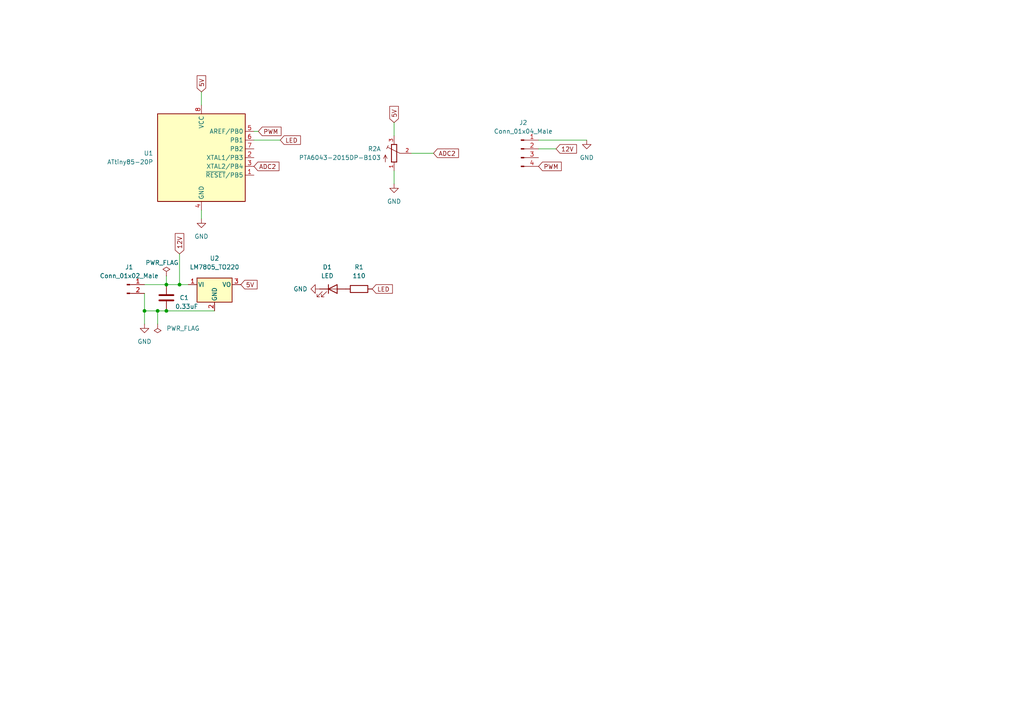
<source format=kicad_sch>
(kicad_sch (version 20211123) (generator eeschema)

  (uuid 9538e4ed-27e6-4c37-b989-9859dc0d49e8)

  (paper "A4")

  (lib_symbols
    (symbol "Connector:Conn_01x02_Male" (pin_names (offset 1.016) hide) (in_bom yes) (on_board yes)
      (property "Reference" "J" (id 0) (at 0 2.54 0)
        (effects (font (size 1.27 1.27)))
      )
      (property "Value" "Conn_01x02_Male" (id 1) (at 0 -5.08 0)
        (effects (font (size 1.27 1.27)))
      )
      (property "Footprint" "" (id 2) (at 0 0 0)
        (effects (font (size 1.27 1.27)) hide)
      )
      (property "Datasheet" "~" (id 3) (at 0 0 0)
        (effects (font (size 1.27 1.27)) hide)
      )
      (property "ki_keywords" "connector" (id 4) (at 0 0 0)
        (effects (font (size 1.27 1.27)) hide)
      )
      (property "ki_description" "Generic connector, single row, 01x02, script generated (kicad-library-utils/schlib/autogen/connector/)" (id 5) (at 0 0 0)
        (effects (font (size 1.27 1.27)) hide)
      )
      (property "ki_fp_filters" "Connector*:*_1x??_*" (id 6) (at 0 0 0)
        (effects (font (size 1.27 1.27)) hide)
      )
      (symbol "Conn_01x02_Male_1_1"
        (polyline
          (pts
            (xy 1.27 -2.54)
            (xy 0.8636 -2.54)
          )
          (stroke (width 0.1524) (type default) (color 0 0 0 0))
          (fill (type none))
        )
        (polyline
          (pts
            (xy 1.27 0)
            (xy 0.8636 0)
          )
          (stroke (width 0.1524) (type default) (color 0 0 0 0))
          (fill (type none))
        )
        (rectangle (start 0.8636 -2.413) (end 0 -2.667)
          (stroke (width 0.1524) (type default) (color 0 0 0 0))
          (fill (type outline))
        )
        (rectangle (start 0.8636 0.127) (end 0 -0.127)
          (stroke (width 0.1524) (type default) (color 0 0 0 0))
          (fill (type outline))
        )
        (pin passive line (at 5.08 0 180) (length 3.81)
          (name "Pin_1" (effects (font (size 1.27 1.27))))
          (number "1" (effects (font (size 1.27 1.27))))
        )
        (pin passive line (at 5.08 -2.54 180) (length 3.81)
          (name "Pin_2" (effects (font (size 1.27 1.27))))
          (number "2" (effects (font (size 1.27 1.27))))
        )
      )
    )
    (symbol "Connector:Conn_01x04_Male" (pin_names (offset 1.016) hide) (in_bom yes) (on_board yes)
      (property "Reference" "J" (id 0) (at 0 5.08 0)
        (effects (font (size 1.27 1.27)))
      )
      (property "Value" "Conn_01x04_Male" (id 1) (at 0 -7.62 0)
        (effects (font (size 1.27 1.27)))
      )
      (property "Footprint" "" (id 2) (at 0 0 0)
        (effects (font (size 1.27 1.27)) hide)
      )
      (property "Datasheet" "~" (id 3) (at 0 0 0)
        (effects (font (size 1.27 1.27)) hide)
      )
      (property "ki_keywords" "connector" (id 4) (at 0 0 0)
        (effects (font (size 1.27 1.27)) hide)
      )
      (property "ki_description" "Generic connector, single row, 01x04, script generated (kicad-library-utils/schlib/autogen/connector/)" (id 5) (at 0 0 0)
        (effects (font (size 1.27 1.27)) hide)
      )
      (property "ki_fp_filters" "Connector*:*_1x??_*" (id 6) (at 0 0 0)
        (effects (font (size 1.27 1.27)) hide)
      )
      (symbol "Conn_01x04_Male_1_1"
        (polyline
          (pts
            (xy 1.27 -5.08)
            (xy 0.8636 -5.08)
          )
          (stroke (width 0.1524) (type default) (color 0 0 0 0))
          (fill (type none))
        )
        (polyline
          (pts
            (xy 1.27 -2.54)
            (xy 0.8636 -2.54)
          )
          (stroke (width 0.1524) (type default) (color 0 0 0 0))
          (fill (type none))
        )
        (polyline
          (pts
            (xy 1.27 0)
            (xy 0.8636 0)
          )
          (stroke (width 0.1524) (type default) (color 0 0 0 0))
          (fill (type none))
        )
        (polyline
          (pts
            (xy 1.27 2.54)
            (xy 0.8636 2.54)
          )
          (stroke (width 0.1524) (type default) (color 0 0 0 0))
          (fill (type none))
        )
        (rectangle (start 0.8636 -4.953) (end 0 -5.207)
          (stroke (width 0.1524) (type default) (color 0 0 0 0))
          (fill (type outline))
        )
        (rectangle (start 0.8636 -2.413) (end 0 -2.667)
          (stroke (width 0.1524) (type default) (color 0 0 0 0))
          (fill (type outline))
        )
        (rectangle (start 0.8636 0.127) (end 0 -0.127)
          (stroke (width 0.1524) (type default) (color 0 0 0 0))
          (fill (type outline))
        )
        (rectangle (start 0.8636 2.667) (end 0 2.413)
          (stroke (width 0.1524) (type default) (color 0 0 0 0))
          (fill (type outline))
        )
        (pin passive line (at 5.08 2.54 180) (length 3.81)
          (name "Pin_1" (effects (font (size 1.27 1.27))))
          (number "1" (effects (font (size 1.27 1.27))))
        )
        (pin passive line (at 5.08 0 180) (length 3.81)
          (name "Pin_2" (effects (font (size 1.27 1.27))))
          (number "2" (effects (font (size 1.27 1.27))))
        )
        (pin passive line (at 5.08 -2.54 180) (length 3.81)
          (name "Pin_3" (effects (font (size 1.27 1.27))))
          (number "3" (effects (font (size 1.27 1.27))))
        )
        (pin passive line (at 5.08 -5.08 180) (length 3.81)
          (name "Pin_4" (effects (font (size 1.27 1.27))))
          (number "4" (effects (font (size 1.27 1.27))))
        )
      )
    )
    (symbol "Device:C" (pin_numbers hide) (pin_names (offset 0.254)) (in_bom yes) (on_board yes)
      (property "Reference" "C" (id 0) (at 0.635 2.54 0)
        (effects (font (size 1.27 1.27)) (justify left))
      )
      (property "Value" "C" (id 1) (at 0.635 -2.54 0)
        (effects (font (size 1.27 1.27)) (justify left))
      )
      (property "Footprint" "" (id 2) (at 0.9652 -3.81 0)
        (effects (font (size 1.27 1.27)) hide)
      )
      (property "Datasheet" "~" (id 3) (at 0 0 0)
        (effects (font (size 1.27 1.27)) hide)
      )
      (property "ki_keywords" "cap capacitor" (id 4) (at 0 0 0)
        (effects (font (size 1.27 1.27)) hide)
      )
      (property "ki_description" "Unpolarized capacitor" (id 5) (at 0 0 0)
        (effects (font (size 1.27 1.27)) hide)
      )
      (property "ki_fp_filters" "C_*" (id 6) (at 0 0 0)
        (effects (font (size 1.27 1.27)) hide)
      )
      (symbol "C_0_1"
        (polyline
          (pts
            (xy -2.032 -0.762)
            (xy 2.032 -0.762)
          )
          (stroke (width 0.508) (type default) (color 0 0 0 0))
          (fill (type none))
        )
        (polyline
          (pts
            (xy -2.032 0.762)
            (xy 2.032 0.762)
          )
          (stroke (width 0.508) (type default) (color 0 0 0 0))
          (fill (type none))
        )
      )
      (symbol "C_1_1"
        (pin passive line (at 0 3.81 270) (length 2.794)
          (name "~" (effects (font (size 1.27 1.27))))
          (number "1" (effects (font (size 1.27 1.27))))
        )
        (pin passive line (at 0 -3.81 90) (length 2.794)
          (name "~" (effects (font (size 1.27 1.27))))
          (number "2" (effects (font (size 1.27 1.27))))
        )
      )
    )
    (symbol "Device:LED" (pin_numbers hide) (pin_names (offset 1.016) hide) (in_bom yes) (on_board yes)
      (property "Reference" "D" (id 0) (at 0 2.54 0)
        (effects (font (size 1.27 1.27)))
      )
      (property "Value" "LED" (id 1) (at 0 -2.54 0)
        (effects (font (size 1.27 1.27)))
      )
      (property "Footprint" "" (id 2) (at 0 0 0)
        (effects (font (size 1.27 1.27)) hide)
      )
      (property "Datasheet" "~" (id 3) (at 0 0 0)
        (effects (font (size 1.27 1.27)) hide)
      )
      (property "ki_keywords" "LED diode" (id 4) (at 0 0 0)
        (effects (font (size 1.27 1.27)) hide)
      )
      (property "ki_description" "Light emitting diode" (id 5) (at 0 0 0)
        (effects (font (size 1.27 1.27)) hide)
      )
      (property "ki_fp_filters" "LED* LED_SMD:* LED_THT:*" (id 6) (at 0 0 0)
        (effects (font (size 1.27 1.27)) hide)
      )
      (symbol "LED_0_1"
        (polyline
          (pts
            (xy -1.27 -1.27)
            (xy -1.27 1.27)
          )
          (stroke (width 0.254) (type default) (color 0 0 0 0))
          (fill (type none))
        )
        (polyline
          (pts
            (xy -1.27 0)
            (xy 1.27 0)
          )
          (stroke (width 0) (type default) (color 0 0 0 0))
          (fill (type none))
        )
        (polyline
          (pts
            (xy 1.27 -1.27)
            (xy 1.27 1.27)
            (xy -1.27 0)
            (xy 1.27 -1.27)
          )
          (stroke (width 0.254) (type default) (color 0 0 0 0))
          (fill (type none))
        )
        (polyline
          (pts
            (xy -3.048 -0.762)
            (xy -4.572 -2.286)
            (xy -3.81 -2.286)
            (xy -4.572 -2.286)
            (xy -4.572 -1.524)
          )
          (stroke (width 0) (type default) (color 0 0 0 0))
          (fill (type none))
        )
        (polyline
          (pts
            (xy -1.778 -0.762)
            (xy -3.302 -2.286)
            (xy -2.54 -2.286)
            (xy -3.302 -2.286)
            (xy -3.302 -1.524)
          )
          (stroke (width 0) (type default) (color 0 0 0 0))
          (fill (type none))
        )
      )
      (symbol "LED_1_1"
        (pin passive line (at -3.81 0 0) (length 2.54)
          (name "K" (effects (font (size 1.27 1.27))))
          (number "1" (effects (font (size 1.27 1.27))))
        )
        (pin passive line (at 3.81 0 180) (length 2.54)
          (name "A" (effects (font (size 1.27 1.27))))
          (number "2" (effects (font (size 1.27 1.27))))
        )
      )
    )
    (symbol "Device:R" (pin_numbers hide) (pin_names (offset 0)) (in_bom yes) (on_board yes)
      (property "Reference" "R" (id 0) (at 2.032 0 90)
        (effects (font (size 1.27 1.27)))
      )
      (property "Value" "R" (id 1) (at 0 0 90)
        (effects (font (size 1.27 1.27)))
      )
      (property "Footprint" "" (id 2) (at -1.778 0 90)
        (effects (font (size 1.27 1.27)) hide)
      )
      (property "Datasheet" "~" (id 3) (at 0 0 0)
        (effects (font (size 1.27 1.27)) hide)
      )
      (property "ki_keywords" "R res resistor" (id 4) (at 0 0 0)
        (effects (font (size 1.27 1.27)) hide)
      )
      (property "ki_description" "Resistor" (id 5) (at 0 0 0)
        (effects (font (size 1.27 1.27)) hide)
      )
      (property "ki_fp_filters" "R_*" (id 6) (at 0 0 0)
        (effects (font (size 1.27 1.27)) hide)
      )
      (symbol "R_0_1"
        (rectangle (start -1.016 -2.54) (end 1.016 2.54)
          (stroke (width 0.254) (type default) (color 0 0 0 0))
          (fill (type none))
        )
      )
      (symbol "R_1_1"
        (pin passive line (at 0 3.81 270) (length 1.27)
          (name "~" (effects (font (size 1.27 1.27))))
          (number "1" (effects (font (size 1.27 1.27))))
        )
        (pin passive line (at 0 -3.81 90) (length 1.27)
          (name "~" (effects (font (size 1.27 1.27))))
          (number "2" (effects (font (size 1.27 1.27))))
        )
      )
    )
    (symbol "MCU_Microchip_ATtiny:ATtiny85-20P" (in_bom yes) (on_board yes)
      (property "Reference" "U" (id 0) (at -12.7 13.97 0)
        (effects (font (size 1.27 1.27)) (justify left bottom))
      )
      (property "Value" "ATtiny85-20P" (id 1) (at 2.54 -13.97 0)
        (effects (font (size 1.27 1.27)) (justify left top))
      )
      (property "Footprint" "Package_DIP:DIP-8_W7.62mm" (id 2) (at 0 0 0)
        (effects (font (size 1.27 1.27) italic) hide)
      )
      (property "Datasheet" "http://ww1.microchip.com/downloads/en/DeviceDoc/atmel-2586-avr-8-bit-microcontroller-attiny25-attiny45-attiny85_datasheet.pdf" (id 3) (at 0 0 0)
        (effects (font (size 1.27 1.27)) hide)
      )
      (property "ki_keywords" "AVR 8bit Microcontroller tinyAVR" (id 4) (at 0 0 0)
        (effects (font (size 1.27 1.27)) hide)
      )
      (property "ki_description" "20MHz, 8kB Flash, 512B SRAM, 512B EEPROM, debugWIRE, DIP-8" (id 5) (at 0 0 0)
        (effects (font (size 1.27 1.27)) hide)
      )
      (property "ki_fp_filters" "DIP*W7.62mm*" (id 6) (at 0 0 0)
        (effects (font (size 1.27 1.27)) hide)
      )
      (symbol "ATtiny85-20P_0_1"
        (rectangle (start -12.7 -12.7) (end 12.7 12.7)
          (stroke (width 0.254) (type default) (color 0 0 0 0))
          (fill (type background))
        )
      )
      (symbol "ATtiny85-20P_1_1"
        (pin bidirectional line (at 15.24 -5.08 180) (length 2.54)
          (name "~{RESET}/PB5" (effects (font (size 1.27 1.27))))
          (number "1" (effects (font (size 1.27 1.27))))
        )
        (pin bidirectional line (at 15.24 0 180) (length 2.54)
          (name "XTAL1/PB3" (effects (font (size 1.27 1.27))))
          (number "2" (effects (font (size 1.27 1.27))))
        )
        (pin bidirectional line (at 15.24 -2.54 180) (length 2.54)
          (name "XTAL2/PB4" (effects (font (size 1.27 1.27))))
          (number "3" (effects (font (size 1.27 1.27))))
        )
        (pin power_in line (at 0 -15.24 90) (length 2.54)
          (name "GND" (effects (font (size 1.27 1.27))))
          (number "4" (effects (font (size 1.27 1.27))))
        )
        (pin bidirectional line (at 15.24 7.62 180) (length 2.54)
          (name "AREF/PB0" (effects (font (size 1.27 1.27))))
          (number "5" (effects (font (size 1.27 1.27))))
        )
        (pin bidirectional line (at 15.24 5.08 180) (length 2.54)
          (name "PB1" (effects (font (size 1.27 1.27))))
          (number "6" (effects (font (size 1.27 1.27))))
        )
        (pin bidirectional line (at 15.24 2.54 180) (length 2.54)
          (name "PB2" (effects (font (size 1.27 1.27))))
          (number "7" (effects (font (size 1.27 1.27))))
        )
        (pin power_in line (at 0 15.24 270) (length 2.54)
          (name "VCC" (effects (font (size 1.27 1.27))))
          (number "8" (effects (font (size 1.27 1.27))))
        )
      )
    )
    (symbol "PTA6043-2015DP-B103:PTA6043-2015DP-B103" (pin_names (offset 1.016) hide) (in_bom yes) (on_board yes)
      (property "Reference" "R" (id 0) (at 2.54 -7.62 0)
        (effects (font (size 1.27 1.27)) (justify left bottom))
      )
      (property "Value" "PTA6043-2015DP-B103" (id 1) (at 2.54 -5.08 0)
        (effects (font (size 1.27 1.27)) (justify left bottom))
      )
      (property "Footprint" "PTA6043-2015DP-B103" (id 2) (at 0 0 0)
        (effects (font (size 1.27 1.27)) (justify left bottom) hide)
      )
      (property "Datasheet" "" (id 3) (at 0 0 0)
        (effects (font (size 1.27 1.27)) (justify left bottom) hide)
      )
      (property "ki_locked" "" (id 4) (at 0 0 0)
        (effects (font (size 1.27 1.27)))
      )
      (symbol "PTA6043-2015DP-B103_1_0"
        (polyline
          (pts
            (xy -2.54 -2.54)
            (xy -2.54 -0.508)
          )
          (stroke (width 0.1524) (type default) (color 0 0 0 0))
          (fill (type none))
        )
        (polyline
          (pts
            (xy -2.54 -0.508)
            (xy -3.048 -1.524)
          )
          (stroke (width 0.1524) (type default) (color 0 0 0 0))
          (fill (type none))
        )
        (polyline
          (pts
            (xy -2.54 -0.508)
            (xy -2.032 -1.524)
          )
          (stroke (width 0.1524) (type default) (color 0 0 0 0))
          (fill (type none))
        )
        (polyline
          (pts
            (xy -2.159 1.2954)
            (xy -1.7018 2.2352)
          )
          (stroke (width 0.1524) (type default) (color 0 0 0 0))
          (fill (type none))
        )
        (polyline
          (pts
            (xy -0.762 -2.54)
            (xy 0.762 -2.54)
          )
          (stroke (width 0.254) (type default) (color 0 0 0 0))
          (fill (type none))
        )
        (polyline
          (pts
            (xy -0.762 2.54)
            (xy -0.762 -2.54)
          )
          (stroke (width 0.254) (type default) (color 0 0 0 0))
          (fill (type none))
        )
        (polyline
          (pts
            (xy 0.762 -2.54)
            (xy 0.762 2.54)
          )
          (stroke (width 0.254) (type default) (color 0 0 0 0))
          (fill (type none))
        )
        (polyline
          (pts
            (xy 0.762 2.54)
            (xy -0.762 2.54)
          )
          (stroke (width 0.254) (type default) (color 0 0 0 0))
          (fill (type none))
        )
        (polyline
          (pts
            (xy 1.651 0)
            (xy -1.8796 1.7526)
          )
          (stroke (width 0.1524) (type default) (color 0 0 0 0))
          (fill (type none))
        )
        (polyline
          (pts
            (xy 2.54 0)
            (xy 1.651 0)
          )
          (stroke (width 0.1524) (type default) (color 0 0 0 0))
          (fill (type none))
        )
        (pin passive line (at 0 -5.08 90) (length 2.54)
          (name "~" (effects (font (size 1.016 1.016))))
          (number "1" (effects (font (size 1.016 1.016))))
        )
        (pin passive line (at 5.08 0 180) (length 2.54)
          (name "~" (effects (font (size 1.016 1.016))))
          (number "2" (effects (font (size 1.016 1.016))))
        )
        (pin passive line (at 0 5.08 270) (length 2.54)
          (name "~" (effects (font (size 1.016 1.016))))
          (number "3" (effects (font (size 1.016 1.016))))
        )
      )
      (symbol "PTA6043-2015DP-B103_2_0"
        (pin passive line (at 0 0 270) (length 5.08)
          (name "~" (effects (font (size 1.016 1.016))))
          (number "S1" (effects (font (size 1.016 1.016))))
        )
      )
      (symbol "PTA6043-2015DP-B103_3_0"
        (pin passive line (at 0 0 270) (length 5.08)
          (name "~" (effects (font (size 1.016 1.016))))
          (number "S2" (effects (font (size 1.016 1.016))))
        )
      )
      (symbol "PTA6043-2015DP-B103_4_0"
        (pin passive line (at 0 0 270) (length 5.08)
          (name "~" (effects (font (size 1.016 1.016))))
          (number "S3" (effects (font (size 1.016 1.016))))
        )
      )
      (symbol "PTA6043-2015DP-B103_5_0"
        (pin passive line (at 0 0 270) (length 5.08)
          (name "~" (effects (font (size 1.016 1.016))))
          (number "S4" (effects (font (size 1.016 1.016))))
        )
      )
    )
    (symbol "Regulator_Linear:LM7805_TO220" (pin_names (offset 0.254)) (in_bom yes) (on_board yes)
      (property "Reference" "U" (id 0) (at -3.81 3.175 0)
        (effects (font (size 1.27 1.27)))
      )
      (property "Value" "LM7805_TO220" (id 1) (at 0 3.175 0)
        (effects (font (size 1.27 1.27)) (justify left))
      )
      (property "Footprint" "Package_TO_SOT_THT:TO-220-3_Vertical" (id 2) (at 0 5.715 0)
        (effects (font (size 1.27 1.27) italic) hide)
      )
      (property "Datasheet" "https://www.onsemi.cn/PowerSolutions/document/MC7800-D.PDF" (id 3) (at 0 -1.27 0)
        (effects (font (size 1.27 1.27)) hide)
      )
      (property "ki_keywords" "Voltage Regulator 1A Positive" (id 4) (at 0 0 0)
        (effects (font (size 1.27 1.27)) hide)
      )
      (property "ki_description" "Positive 1A 35V Linear Regulator, Fixed Output 5V, TO-220" (id 5) (at 0 0 0)
        (effects (font (size 1.27 1.27)) hide)
      )
      (property "ki_fp_filters" "TO?220*" (id 6) (at 0 0 0)
        (effects (font (size 1.27 1.27)) hide)
      )
      (symbol "LM7805_TO220_0_1"
        (rectangle (start -5.08 1.905) (end 5.08 -5.08)
          (stroke (width 0.254) (type default) (color 0 0 0 0))
          (fill (type background))
        )
      )
      (symbol "LM7805_TO220_1_1"
        (pin power_in line (at -7.62 0 0) (length 2.54)
          (name "VI" (effects (font (size 1.27 1.27))))
          (number "1" (effects (font (size 1.27 1.27))))
        )
        (pin power_in line (at 0 -7.62 90) (length 2.54)
          (name "GND" (effects (font (size 1.27 1.27))))
          (number "2" (effects (font (size 1.27 1.27))))
        )
        (pin power_out line (at 7.62 0 180) (length 2.54)
          (name "VO" (effects (font (size 1.27 1.27))))
          (number "3" (effects (font (size 1.27 1.27))))
        )
      )
    )
    (symbol "power:GND" (power) (pin_names (offset 0)) (in_bom yes) (on_board yes)
      (property "Reference" "#PWR" (id 0) (at 0 -6.35 0)
        (effects (font (size 1.27 1.27)) hide)
      )
      (property "Value" "GND" (id 1) (at 0 -3.81 0)
        (effects (font (size 1.27 1.27)))
      )
      (property "Footprint" "" (id 2) (at 0 0 0)
        (effects (font (size 1.27 1.27)) hide)
      )
      (property "Datasheet" "" (id 3) (at 0 0 0)
        (effects (font (size 1.27 1.27)) hide)
      )
      (property "ki_keywords" "power-flag" (id 4) (at 0 0 0)
        (effects (font (size 1.27 1.27)) hide)
      )
      (property "ki_description" "Power symbol creates a global label with name \"GND\" , ground" (id 5) (at 0 0 0)
        (effects (font (size 1.27 1.27)) hide)
      )
      (symbol "GND_0_1"
        (polyline
          (pts
            (xy 0 0)
            (xy 0 -1.27)
            (xy 1.27 -1.27)
            (xy 0 -2.54)
            (xy -1.27 -1.27)
            (xy 0 -1.27)
          )
          (stroke (width 0) (type default) (color 0 0 0 0))
          (fill (type none))
        )
      )
      (symbol "GND_1_1"
        (pin power_in line (at 0 0 270) (length 0) hide
          (name "GND" (effects (font (size 1.27 1.27))))
          (number "1" (effects (font (size 1.27 1.27))))
        )
      )
    )
    (symbol "power:PWR_FLAG" (power) (pin_numbers hide) (pin_names (offset 0) hide) (in_bom yes) (on_board yes)
      (property "Reference" "#FLG" (id 0) (at 0 1.905 0)
        (effects (font (size 1.27 1.27)) hide)
      )
      (property "Value" "PWR_FLAG" (id 1) (at 0 3.81 0)
        (effects (font (size 1.27 1.27)))
      )
      (property "Footprint" "" (id 2) (at 0 0 0)
        (effects (font (size 1.27 1.27)) hide)
      )
      (property "Datasheet" "~" (id 3) (at 0 0 0)
        (effects (font (size 1.27 1.27)) hide)
      )
      (property "ki_keywords" "power-flag" (id 4) (at 0 0 0)
        (effects (font (size 1.27 1.27)) hide)
      )
      (property "ki_description" "Special symbol for telling ERC where power comes from" (id 5) (at 0 0 0)
        (effects (font (size 1.27 1.27)) hide)
      )
      (symbol "PWR_FLAG_0_0"
        (pin power_out line (at 0 0 90) (length 0)
          (name "pwr" (effects (font (size 1.27 1.27))))
          (number "1" (effects (font (size 1.27 1.27))))
        )
      )
      (symbol "PWR_FLAG_0_1"
        (polyline
          (pts
            (xy 0 0)
            (xy 0 1.27)
            (xy -1.016 1.905)
            (xy 0 2.54)
            (xy 1.016 1.905)
            (xy 0 1.27)
          )
          (stroke (width 0) (type default) (color 0 0 0 0))
          (fill (type none))
        )
      )
    )
  )

  (junction (at 48.26 90.17) (diameter 0) (color 0 0 0 0)
    (uuid 2712326b-11fe-4967-b45b-1a180922269a)
  )
  (junction (at 48.26 82.55) (diameter 0) (color 0 0 0 0)
    (uuid 5047d8f1-d2a6-48ee-9e1e-45ad20387198)
  )
  (junction (at 52.07 82.55) (diameter 0) (color 0 0 0 0)
    (uuid 5c7795b2-e5a5-4bc0-baee-1dd0bfd938fe)
  )
  (junction (at 45.72 90.17) (diameter 0) (color 0 0 0 0)
    (uuid 65add918-14d7-446f-9e45-dc268f9de9e5)
  )
  (junction (at 41.91 90.17) (diameter 0) (color 0 0 0 0)
    (uuid 6ff260a5-0736-47aa-898b-1e7b648e417f)
  )

  (wire (pts (xy 48.26 90.17) (xy 62.23 90.17))
    (stroke (width 0) (type default) (color 0 0 0 0))
    (uuid 04c15cb3-8cb2-40a3-8423-5d5a57d238bc)
  )
  (wire (pts (xy 41.91 82.55) (xy 48.26 82.55))
    (stroke (width 0) (type default) (color 0 0 0 0))
    (uuid 0eb7c42f-dd61-4d49-a412-a62920697c90)
  )
  (wire (pts (xy 45.72 90.17) (xy 45.72 93.98))
    (stroke (width 0) (type default) (color 0 0 0 0))
    (uuid 0f84143e-c065-4929-bdd8-d5b464dfe2fb)
  )
  (wire (pts (xy 52.07 82.55) (xy 54.61 82.55))
    (stroke (width 0) (type default) (color 0 0 0 0))
    (uuid 1e046832-899e-4839-9874-d14e802a6a20)
  )
  (wire (pts (xy 48.26 80.01) (xy 48.26 82.55))
    (stroke (width 0) (type default) (color 0 0 0 0))
    (uuid 29238675-3239-4052-a416-5196700407cd)
  )
  (wire (pts (xy 41.91 85.09) (xy 41.91 90.17))
    (stroke (width 0) (type default) (color 0 0 0 0))
    (uuid 2c1b1036-3a14-4e41-bbc8-8466aeec0798)
  )
  (wire (pts (xy 125.73 44.45) (xy 119.38 44.45))
    (stroke (width 0) (type default) (color 0 0 0 0))
    (uuid 2d18fd80-7ddd-48b9-acc8-48ec5e864467)
  )
  (wire (pts (xy 156.21 43.18) (xy 161.29 43.18))
    (stroke (width 0) (type default) (color 0 0 0 0))
    (uuid 3dde54c6-2785-4b3b-a328-0d5be65956e7)
  )
  (wire (pts (xy 41.91 90.17) (xy 41.91 93.98))
    (stroke (width 0) (type default) (color 0 0 0 0))
    (uuid 4864ed88-633f-4d40-b668-380783435e0f)
  )
  (wire (pts (xy 114.3 53.34) (xy 114.3 49.53))
    (stroke (width 0) (type default) (color 0 0 0 0))
    (uuid 4cfc6297-552e-402b-b167-f6da3d238890)
  )
  (wire (pts (xy 81.28 40.64) (xy 73.66 40.64))
    (stroke (width 0) (type default) (color 0 0 0 0))
    (uuid 4f89d175-265b-4d37-be8f-22078b9ac78e)
  )
  (wire (pts (xy 52.07 73.66) (xy 52.07 82.55))
    (stroke (width 0) (type default) (color 0 0 0 0))
    (uuid 5a464527-d0d3-4b37-a749-8e5b541254a0)
  )
  (wire (pts (xy 156.21 40.64) (xy 170.18 40.64))
    (stroke (width 0) (type default) (color 0 0 0 0))
    (uuid 94e41ed8-821a-47ed-98de-f4f64398173f)
  )
  (wire (pts (xy 73.66 38.1) (xy 74.93 38.1))
    (stroke (width 0) (type default) (color 0 0 0 0))
    (uuid a943b6f1-b57d-4959-b268-1c0294504d37)
  )
  (wire (pts (xy 48.26 82.55) (xy 52.07 82.55))
    (stroke (width 0) (type default) (color 0 0 0 0))
    (uuid b9fb07c8-a8ff-4994-82cf-79bede7f8693)
  )
  (wire (pts (xy 58.42 63.5) (xy 58.42 60.96))
    (stroke (width 0) (type default) (color 0 0 0 0))
    (uuid c263e6b9-c745-4963-804d-701612c06ac7)
  )
  (wire (pts (xy 45.72 90.17) (xy 48.26 90.17))
    (stroke (width 0) (type default) (color 0 0 0 0))
    (uuid dfc127a7-7562-4689-9c40-2f2ea5b10521)
  )
  (wire (pts (xy 41.91 90.17) (xy 45.72 90.17))
    (stroke (width 0) (type default) (color 0 0 0 0))
    (uuid e9b0afca-3626-402b-9a71-fcaf31327fab)
  )
  (wire (pts (xy 114.3 35.56) (xy 114.3 39.37))
    (stroke (width 0) (type default) (color 0 0 0 0))
    (uuid ebada9bb-31fc-4e68-928a-cab64ff4340e)
  )
  (wire (pts (xy 58.42 26.67) (xy 58.42 30.48))
    (stroke (width 0) (type default) (color 0 0 0 0))
    (uuid fdadd3f0-77dc-47ba-8eb6-082cf6ddb31e)
  )

  (global_label "LED" (shape input) (at 81.28 40.64 0) (fields_autoplaced)
    (effects (font (size 1.27 1.27)) (justify left))
    (uuid 062aa3fc-e6ea-4521-a28d-4d332a218217)
    (property "Intersheet References" "${INTERSHEET_REFS}" (id 0) (at 87.1402 40.5606 0)
      (effects (font (size 1.27 1.27)) (justify left) hide)
    )
  )
  (global_label "5V" (shape input) (at 58.42 26.67 90) (fields_autoplaced)
    (effects (font (size 1.27 1.27)) (justify left))
    (uuid 109441a1-2940-4fc0-8de6-7141fb95ed8c)
    (property "Intersheet References" "${INTERSHEET_REFS}" (id 0) (at 58.3406 21.9588 90)
      (effects (font (size 1.27 1.27)) (justify left) hide)
    )
  )
  (global_label "PWM" (shape input) (at 156.21 48.26 0) (fields_autoplaced)
    (effects (font (size 1.27 1.27)) (justify left))
    (uuid 18158b92-e877-4dda-9f59-adaacdb3da9f)
    (property "Intersheet References" "${INTERSHEET_REFS}" (id 0) (at 162.796 48.1806 0)
      (effects (font (size 1.27 1.27)) (justify left) hide)
    )
  )
  (global_label "LED" (shape input) (at 107.95 83.82 0) (fields_autoplaced)
    (effects (font (size 1.27 1.27)) (justify left))
    (uuid 1fb8ad98-651d-4216-a4df-fb13b9e83dee)
    (property "Intersheet References" "${INTERSHEET_REFS}" (id 0) (at 113.8102 83.7406 0)
      (effects (font (size 1.27 1.27)) (justify left) hide)
    )
  )
  (global_label "5V" (shape input) (at 114.3 35.56 90) (fields_autoplaced)
    (effects (font (size 1.27 1.27)) (justify left))
    (uuid 4fc602ed-548b-408d-91c3-dd206ec51fa4)
    (property "Intersheet References" "${INTERSHEET_REFS}" (id 0) (at 114.2206 30.8488 90)
      (effects (font (size 1.27 1.27)) (justify left) hide)
    )
  )
  (global_label "PWM" (shape input) (at 74.93 38.1 0) (fields_autoplaced)
    (effects (font (size 1.27 1.27)) (justify left))
    (uuid 61e6e2d6-3589-4f05-89cb-bda439bfe5df)
    (property "Intersheet References" "${INTERSHEET_REFS}" (id 0) (at 81.516 38.0206 0)
      (effects (font (size 1.27 1.27)) (justify left) hide)
    )
  )
  (global_label "ADC2" (shape input) (at 73.66 48.26 0) (fields_autoplaced)
    (effects (font (size 1.27 1.27)) (justify left))
    (uuid 8bf238d9-80d4-4b5c-b761-d02bf2682a45)
    (property "Intersheet References" "${INTERSHEET_REFS}" (id 0) (at 80.9112 48.1806 0)
      (effects (font (size 1.27 1.27)) (justify left) hide)
    )
  )
  (global_label "ADC2" (shape input) (at 125.73 44.45 0) (fields_autoplaced)
    (effects (font (size 1.27 1.27)) (justify left))
    (uuid 949a3daf-a16a-40bd-b67b-57728732693b)
    (property "Intersheet References" "${INTERSHEET_REFS}" (id 0) (at 132.9812 44.3706 0)
      (effects (font (size 1.27 1.27)) (justify left) hide)
    )
  )
  (global_label "12V" (shape input) (at 52.07 73.66 90) (fields_autoplaced)
    (effects (font (size 1.27 1.27)) (justify left))
    (uuid d0936918-2553-4dc3-a038-9eb24f0bfac8)
    (property "Intersheet References" "${INTERSHEET_REFS}" (id 0) (at 51.9906 67.7393 90)
      (effects (font (size 1.27 1.27)) (justify left) hide)
    )
  )
  (global_label "12V" (shape input) (at 161.29 43.18 0) (fields_autoplaced)
    (effects (font (size 1.27 1.27)) (justify left))
    (uuid d1fbb69f-2e8a-47ea-9617-3c88a14fa8bb)
    (property "Intersheet References" "${INTERSHEET_REFS}" (id 0) (at 167.2107 43.1006 0)
      (effects (font (size 1.27 1.27)) (justify left) hide)
    )
  )
  (global_label "5V" (shape input) (at 69.85 82.55 0) (fields_autoplaced)
    (effects (font (size 1.27 1.27)) (justify left))
    (uuid eeca53ef-61e3-4639-97ca-0c9df935cb46)
    (property "Intersheet References" "${INTERSHEET_REFS}" (id 0) (at 74.5612 82.4706 0)
      (effects (font (size 1.27 1.27)) (justify left) hide)
    )
  )

  (symbol (lib_id "Connector:Conn_01x02_Male") (at 36.83 82.55 0) (unit 1)
    (in_bom yes) (on_board yes) (fields_autoplaced)
    (uuid 049e3529-b599-416f-9297-34a8c6367a59)
    (property "Reference" "J1" (id 0) (at 37.465 77.47 0))
    (property "Value" "" (id 1) (at 37.465 80.01 0))
    (property "Footprint" "" (id 2) (at 36.83 82.55 0)
      (effects (font (size 1.27 1.27)) hide)
    )
    (property "Datasheet" "~" (id 3) (at 36.83 82.55 0)
      (effects (font (size 1.27 1.27)) hide)
    )
    (pin "1" (uuid 17d3589a-9fbd-4cb5-bd2a-57d939d8f643))
    (pin "2" (uuid efc6d5f6-4ed3-4de6-a966-1dc35a080a24))
  )

  (symbol (lib_id "power:GND") (at 170.18 40.64 0) (unit 1)
    (in_bom yes) (on_board yes) (fields_autoplaced)
    (uuid 19d3918f-bb3a-4468-86b0-8e46a831650c)
    (property "Reference" "#PWR0105" (id 0) (at 170.18 46.99 0)
      (effects (font (size 1.27 1.27)) hide)
    )
    (property "Value" "GND" (id 1) (at 170.18 45.72 0))
    (property "Footprint" "" (id 2) (at 170.18 40.64 0)
      (effects (font (size 1.27 1.27)) hide)
    )
    (property "Datasheet" "" (id 3) (at 170.18 40.64 0)
      (effects (font (size 1.27 1.27)) hide)
    )
    (pin "1" (uuid 6583d106-f739-408a-aab8-c2840eca0dcf))
  )

  (symbol (lib_id "power:GND") (at 92.71 83.82 270) (unit 1)
    (in_bom yes) (on_board yes)
    (uuid 2b1b128b-16f0-4c21-9944-b8dfaf2d5ed1)
    (property "Reference" "#PWR0103" (id 0) (at 86.36 83.82 0)
      (effects (font (size 1.27 1.27)) hide)
    )
    (property "Value" "GND" (id 1) (at 85.09 83.82 90)
      (effects (font (size 1.27 1.27)) (justify left))
    )
    (property "Footprint" "" (id 2) (at 92.71 83.82 0)
      (effects (font (size 1.27 1.27)) hide)
    )
    (property "Datasheet" "" (id 3) (at 92.71 83.82 0)
      (effects (font (size 1.27 1.27)) hide)
    )
    (pin "1" (uuid ce66433c-9333-4b00-a9a6-f887d260ffcd))
  )

  (symbol (lib_id "Regulator_Linear:LM7805_TO220") (at 62.23 82.55 0) (unit 1)
    (in_bom yes) (on_board yes) (fields_autoplaced)
    (uuid 3ba9517c-a9c5-4c84-9fcc-9fff5c1cc3bf)
    (property "Reference" "U2" (id 0) (at 62.23 74.93 0))
    (property "Value" "LM7805_TO220" (id 1) (at 62.23 77.47 0))
    (property "Footprint" "Package_TO_SOT_THT:TO-220-3_Vertical" (id 2) (at 62.23 76.835 0)
      (effects (font (size 1.27 1.27) italic) hide)
    )
    (property "Datasheet" "https://www.onsemi.cn/PowerSolutions/document/MC7800-D.PDF" (id 3) (at 62.23 83.82 0)
      (effects (font (size 1.27 1.27)) hide)
    )
    (pin "1" (uuid bdfc825c-7ac8-4c50-aed1-717e7c786cfe))
    (pin "2" (uuid 1bbeca7e-f808-4303-9e1d-c16da79354d4))
    (pin "3" (uuid ee513a16-667c-4508-be13-65c4454ee29e))
  )

  (symbol (lib_id "power:GND") (at 58.42 63.5 0) (unit 1)
    (in_bom yes) (on_board yes) (fields_autoplaced)
    (uuid 41abf561-9efd-486e-8c0e-8045304d59c6)
    (property "Reference" "#PWR0102" (id 0) (at 58.42 69.85 0)
      (effects (font (size 1.27 1.27)) hide)
    )
    (property "Value" "GND" (id 1) (at 58.42 68.58 0))
    (property "Footprint" "" (id 2) (at 58.42 63.5 0)
      (effects (font (size 1.27 1.27)) hide)
    )
    (property "Datasheet" "" (id 3) (at 58.42 63.5 0)
      (effects (font (size 1.27 1.27)) hide)
    )
    (pin "1" (uuid 304e8f96-e2be-4966-b19b-4187742d04c1))
  )

  (symbol (lib_id "MCU_Microchip_ATtiny:ATtiny85-20P") (at 58.42 45.72 0) (unit 1)
    (in_bom yes) (on_board yes) (fields_autoplaced)
    (uuid 4ea989fb-9cda-4210-89d1-fe153727e40c)
    (property "Reference" "U1" (id 0) (at 44.45 44.4499 0)
      (effects (font (size 1.27 1.27)) (justify right))
    )
    (property "Value" "ATtiny85-20P" (id 1) (at 44.45 46.9899 0)
      (effects (font (size 1.27 1.27)) (justify right))
    )
    (property "Footprint" "Package_DIP:DIP-8_W7.62mm" (id 2) (at 58.42 45.72 0)
      (effects (font (size 1.27 1.27) italic) hide)
    )
    (property "Datasheet" "http://ww1.microchip.com/downloads/en/DeviceDoc/atmel-2586-avr-8-bit-microcontroller-attiny25-attiny45-attiny85_datasheet.pdf" (id 3) (at 58.42 45.72 0)
      (effects (font (size 1.27 1.27)) hide)
    )
    (pin "1" (uuid 62faf466-a5e1-4997-954a-e3f3f47e0a99))
    (pin "2" (uuid 7afec855-ed33-4dd1-8a74-3d2203c81740))
    (pin "3" (uuid 791f08b2-190f-425b-84e1-3aec99a46611))
    (pin "4" (uuid 206ace7c-6dae-4c64-b30f-758119e57387))
    (pin "5" (uuid 64272f01-95d4-4c13-ba7c-3f30a36f0035))
    (pin "6" (uuid 407396c7-a5e2-4ecf-b616-5f9c7dafa52b))
    (pin "7" (uuid e873deca-9d09-405a-95a4-80d6995b5991))
    (pin "8" (uuid 58b8f6af-04ea-4eb0-addd-d814725f2fe4))
  )

  (symbol (lib_id "power:GND") (at 41.91 93.98 0) (unit 1)
    (in_bom yes) (on_board yes) (fields_autoplaced)
    (uuid 52e4ac12-da1b-40ab-ab96-6478edbc7070)
    (property "Reference" "#PWR0101" (id 0) (at 41.91 100.33 0)
      (effects (font (size 1.27 1.27)) hide)
    )
    (property "Value" "" (id 1) (at 41.91 99.06 0))
    (property "Footprint" "" (id 2) (at 41.91 93.98 0)
      (effects (font (size 1.27 1.27)) hide)
    )
    (property "Datasheet" "" (id 3) (at 41.91 93.98 0)
      (effects (font (size 1.27 1.27)) hide)
    )
    (pin "1" (uuid 597c3c1e-7dc5-4d9b-8975-da9f57ac8a5f))
  )

  (symbol (lib_id "PTA6043-2015DP-B103:PTA6043-2015DP-B103") (at 114.3 44.45 0) (unit 1)
    (in_bom yes) (on_board yes) (fields_autoplaced)
    (uuid 861a7ead-61a9-46ce-a25a-a861ee2f3ddf)
    (property "Reference" "R2" (id 0) (at 110.49 43.1799 0)
      (effects (font (size 1.27 1.27)) (justify right))
    )
    (property "Value" "" (id 1) (at 110.49 45.7199 0)
      (effects (font (size 1.27 1.27)) (justify right))
    )
    (property "Footprint" "" (id 2) (at 114.3 44.45 0)
      (effects (font (size 1.27 1.27)) (justify left bottom) hide)
    )
    (property "Datasheet" "" (id 3) (at 114.3 44.45 0)
      (effects (font (size 1.27 1.27)) (justify left bottom) hide)
    )
    (pin "1" (uuid b75ff58d-0bdb-401f-b1f2-115dc7edc06b))
    (pin "2" (uuid a55d27f7-8d70-469e-9bb3-aab1d7c9ec53))
    (pin "3" (uuid 7f89dccf-7f98-4232-a5d4-a99c5851f47d))
    (pin "S1" (uuid 4ac4ea81-7275-4c24-ba55-f76ce332f321))
    (pin "S2" (uuid c53d9a4d-e740-4cc6-86ec-9cd5bcd37311))
    (pin "S3" (uuid 0746395d-4ed5-44b3-bd43-8eaa59cdf1c3))
    (pin "S4" (uuid 17b2e4b0-f987-40be-9390-3af4afb8459e))
  )

  (symbol (lib_id "Connector:Conn_01x04_Male") (at 151.13 43.18 0) (unit 1)
    (in_bom yes) (on_board yes) (fields_autoplaced)
    (uuid 89b9394d-4491-4ddc-becd-1f04cef75fb1)
    (property "Reference" "J2" (id 0) (at 151.765 35.56 0))
    (property "Value" "" (id 1) (at 151.765 38.1 0))
    (property "Footprint" "" (id 2) (at 151.13 43.18 0)
      (effects (font (size 1.27 1.27)) hide)
    )
    (property "Datasheet" "~" (id 3) (at 151.13 43.18 0)
      (effects (font (size 1.27 1.27)) hide)
    )
    (pin "1" (uuid 9e4034b5-8083-418b-a818-15a0872aef72))
    (pin "2" (uuid 6cd03d98-ed82-4bb4-9de5-8edf1e5b2c82))
    (pin "3" (uuid 28a88e1f-dae6-4328-afcd-56b5fc056b77))
    (pin "4" (uuid 14ef02b9-62bc-49fe-b4be-472b3a5b7e02))
  )

  (symbol (lib_id "Device:LED") (at 96.52 83.82 0) (unit 1)
    (in_bom yes) (on_board yes) (fields_autoplaced)
    (uuid 89fbe691-ec28-44db-b2dd-40ad58a3a9f3)
    (property "Reference" "D1" (id 0) (at 94.9325 77.47 0))
    (property "Value" "" (id 1) (at 94.9325 80.01 0))
    (property "Footprint" "" (id 2) (at 96.52 83.82 0)
      (effects (font (size 1.27 1.27)) hide)
    )
    (property "Datasheet" "~" (id 3) (at 96.52 83.82 0)
      (effects (font (size 1.27 1.27)) hide)
    )
    (pin "1" (uuid 0b6f4b95-09d4-493d-a11f-90c56d8aba79))
    (pin "2" (uuid dd775291-1ca8-4bc5-b10f-d2055f149c1c))
  )

  (symbol (lib_id "power:PWR_FLAG") (at 48.26 80.01 0) (unit 1)
    (in_bom yes) (on_board yes)
    (uuid 8f682011-ae70-4c3d-bdb8-47d85ae7fb0e)
    (property "Reference" "#FLG0102" (id 0) (at 48.26 78.105 0)
      (effects (font (size 1.27 1.27)) hide)
    )
    (property "Value" "" (id 1) (at 46.99 76.2 0))
    (property "Footprint" "" (id 2) (at 48.26 80.01 0)
      (effects (font (size 1.27 1.27)) hide)
    )
    (property "Datasheet" "~" (id 3) (at 48.26 80.01 0)
      (effects (font (size 1.27 1.27)) hide)
    )
    (pin "1" (uuid 80c88259-a45b-4c98-b67a-86a8b570743e))
  )

  (symbol (lib_id "power:PWR_FLAG") (at 45.72 93.98 180) (unit 1)
    (in_bom yes) (on_board yes) (fields_autoplaced)
    (uuid c77c77b3-496e-4152-b828-fdf0511804ad)
    (property "Reference" "#FLG0101" (id 0) (at 45.72 95.885 0)
      (effects (font (size 1.27 1.27)) hide)
    )
    (property "Value" "PWR_FLAG" (id 1) (at 48.26 95.2499 0)
      (effects (font (size 1.27 1.27)) (justify right))
    )
    (property "Footprint" "" (id 2) (at 45.72 93.98 0)
      (effects (font (size 1.27 1.27)) hide)
    )
    (property "Datasheet" "~" (id 3) (at 45.72 93.98 0)
      (effects (font (size 1.27 1.27)) hide)
    )
    (pin "1" (uuid c463a302-965e-4fbf-997c-46e2c138fab1))
  )

  (symbol (lib_id "power:GND") (at 114.3 53.34 0) (unit 1)
    (in_bom yes) (on_board yes) (fields_autoplaced)
    (uuid df07b5b9-6ca6-4dc2-95b0-57fa790506f3)
    (property "Reference" "#PWR0104" (id 0) (at 114.3 59.69 0)
      (effects (font (size 1.27 1.27)) hide)
    )
    (property "Value" "GND" (id 1) (at 114.3 58.42 0))
    (property "Footprint" "" (id 2) (at 114.3 53.34 0)
      (effects (font (size 1.27 1.27)) hide)
    )
    (property "Datasheet" "" (id 3) (at 114.3 53.34 0)
      (effects (font (size 1.27 1.27)) hide)
    )
    (pin "1" (uuid 50e70dc8-90e2-416a-ba4c-deff9d0f78d1))
  )

  (symbol (lib_id "Device:R") (at 104.14 83.82 270) (unit 1)
    (in_bom yes) (on_board yes) (fields_autoplaced)
    (uuid f54f733b-bd93-458e-99c1-34bf4b21b781)
    (property "Reference" "R1" (id 0) (at 104.14 77.47 90))
    (property "Value" "" (id 1) (at 104.14 80.01 90))
    (property "Footprint" "" (id 2) (at 104.14 82.042 90)
      (effects (font (size 1.27 1.27)) hide)
    )
    (property "Datasheet" "~" (id 3) (at 104.14 83.82 0)
      (effects (font (size 1.27 1.27)) hide)
    )
    (pin "1" (uuid 2bd0c413-36f6-43bc-b3b7-3351c83b2b95))
    (pin "2" (uuid 41660578-e506-4093-b5ac-da167fedf9b5))
  )

  (symbol (lib_id "Device:C") (at 48.26 86.36 0) (unit 1)
    (in_bom yes) (on_board yes)
    (uuid f7dea8f4-1eb2-4ce0-bb74-ba0cd6aecaf6)
    (property "Reference" "C1" (id 0) (at 52.07 86.36 0)
      (effects (font (size 1.27 1.27)) (justify left))
    )
    (property "Value" "" (id 1) (at 50.8 88.9 0)
      (effects (font (size 1.27 1.27)) (justify left))
    )
    (property "Footprint" "" (id 2) (at 49.2252 90.17 0)
      (effects (font (size 1.27 1.27)) hide)
    )
    (property "Datasheet" "~" (id 3) (at 48.26 86.36 0)
      (effects (font (size 1.27 1.27)) hide)
    )
    (pin "1" (uuid 6862717e-ce96-4874-a6e3-601652b415e4))
    (pin "2" (uuid f2b19aa9-d2ec-4175-a390-34cc0dce3c85))
  )

  (sheet_instances
    (path "/" (page "1"))
  )

  (symbol_instances
    (path "/c77c77b3-496e-4152-b828-fdf0511804ad"
      (reference "#FLG0101") (unit 1) (value "PWR_FLAG") (footprint "")
    )
    (path "/8f682011-ae70-4c3d-bdb8-47d85ae7fb0e"
      (reference "#FLG0102") (unit 1) (value "PWR_FLAG") (footprint "")
    )
    (path "/52e4ac12-da1b-40ab-ab96-6478edbc7070"
      (reference "#PWR0101") (unit 1) (value "GND") (footprint "")
    )
    (path "/41abf561-9efd-486e-8c0e-8045304d59c6"
      (reference "#PWR0102") (unit 1) (value "GND") (footprint "")
    )
    (path "/2b1b128b-16f0-4c21-9944-b8dfaf2d5ed1"
      (reference "#PWR0103") (unit 1) (value "GND") (footprint "")
    )
    (path "/df07b5b9-6ca6-4dc2-95b0-57fa790506f3"
      (reference "#PWR0104") (unit 1) (value "GND") (footprint "")
    )
    (path "/19d3918f-bb3a-4468-86b0-8e46a831650c"
      (reference "#PWR0105") (unit 1) (value "GND") (footprint "")
    )
    (path "/f7dea8f4-1eb2-4ce0-bb74-ba0cd6aecaf6"
      (reference "C1") (unit 1) (value "0.33uF") (footprint "Capacitor_THT:C_Disc_D7.5mm_W5.0mm_P5.00mm")
    )
    (path "/89fbe691-ec28-44db-b2dd-40ad58a3a9f3"
      (reference "D1") (unit 1) (value "LED") (footprint "LED_THT:LED_D5.0mm")
    )
    (path "/049e3529-b599-416f-9297-34a8c6367a59"
      (reference "J1") (unit 1) (value "Conn_01x02_Male") (footprint "Connector_PinHeader_2.54mm:PinHeader_1x02_P2.54mm_Vertical")
    )
    (path "/89b9394d-4491-4ddc-becd-1f04cef75fb1"
      (reference "J2") (unit 1) (value "Conn_01x04_Male") (footprint "Connector_PinHeader_2.54mm:PinHeader_1x04_P2.54mm_Vertical")
    )
    (path "/f54f733b-bd93-458e-99c1-34bf4b21b781"
      (reference "R1") (unit 1) (value "110") (footprint "Resistor_THT:R_Axial_DIN0207_L6.3mm_D2.5mm_P7.62mm_Horizontal")
    )
    (path "/861a7ead-61a9-46ce-a25a-a861ee2f3ddf"
      (reference "R2") (unit 1) (value "PTA6043-2015DP-B103") (footprint "Potentiometer_THT:Potentiometer_Bourns_PTA6043_Single_Slide")
    )
    (path "/4ea989fb-9cda-4210-89d1-fe153727e40c"
      (reference "U1") (unit 1) (value "ATtiny85-20P") (footprint "Package_DIP:DIP-8_W7.62mm")
    )
    (path "/3ba9517c-a9c5-4c84-9fcc-9fff5c1cc3bf"
      (reference "U2") (unit 1) (value "LM7805_TO220") (footprint "Package_TO_SOT_THT:TO-220-3_Vertical")
    )
  )
)

</source>
